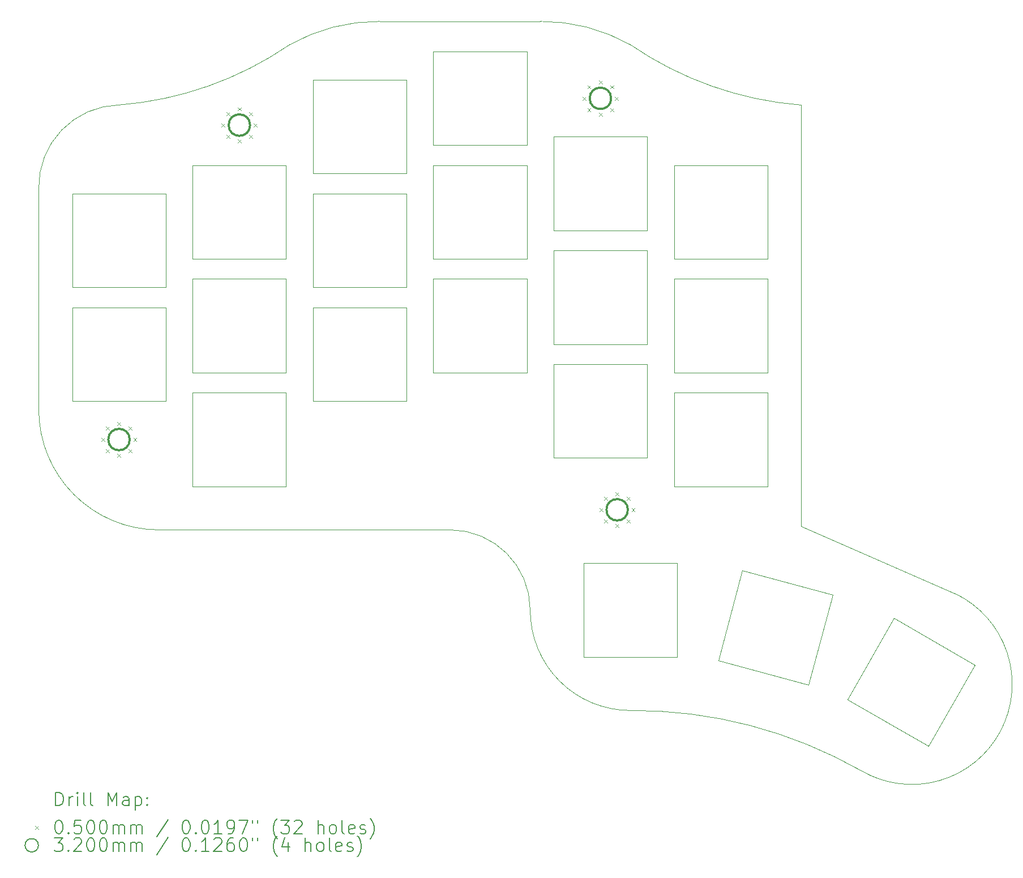
<source format=gbr>
%FSLAX45Y45*%
G04 Gerber Fmt 4.5, Leading zero omitted, Abs format (unit mm)*
G04 Created by KiCad (PCBNEW (6.0.5-0)) date 2023-02-07 22:36:53*
%MOMM*%
%LPD*%
G01*
G04 APERTURE LIST*
%TA.AperFunction,Profile*%
%ADD10C,0.050000*%
%TD*%
%TA.AperFunction,Profile*%
%ADD11C,0.100000*%
%TD*%
%ADD12C,0.200000*%
%ADD13C,0.050000*%
%ADD14C,0.320000*%
G04 APERTURE END LIST*
D10*
X9800000Y-9375000D02*
X11200000Y-9375000D01*
X11200000Y-9375000D02*
X11200000Y-10775000D01*
X11200000Y-10775000D02*
X9800000Y-10775000D01*
X9800000Y-10775000D02*
X9800000Y-9375000D01*
X4400000Y-6400000D02*
X5800000Y-6400000D01*
X5800000Y-6400000D02*
X5800000Y-7800000D01*
X5800000Y-7800000D02*
X4400000Y-7800000D01*
X4400000Y-7800000D02*
X4400000Y-6400000D01*
X6200000Y-8525000D02*
X7600000Y-8525000D01*
X7600000Y-8525000D02*
X7600000Y-9925000D01*
X7600000Y-9925000D02*
X6200000Y-9925000D01*
X6200000Y-9925000D02*
X6200000Y-8525000D01*
D11*
X7200002Y-4249998D02*
X9600002Y-4249998D01*
D10*
X6200000Y-6825000D02*
X7600000Y-6825000D01*
X7600000Y-6825000D02*
X7600000Y-8225000D01*
X7600000Y-8225000D02*
X6200000Y-8225000D01*
X6200000Y-8225000D02*
X6200000Y-6825000D01*
D11*
X3300002Y-5498957D02*
G75*
G03*
X5850002Y-4599998I-400047J5200944D01*
G01*
D10*
X13976265Y-12816463D02*
X13613918Y-14168759D01*
X12261622Y-13806412D01*
X12623969Y-12454116D01*
X13976265Y-12816463D01*
D11*
X7200002Y-4249998D02*
G75*
G03*
X5850002Y-4599998I-21892J-2694132D01*
G01*
X10950002Y-4599998D02*
G75*
G03*
X13500002Y-5499998I2954423J4308366D01*
G01*
X14400002Y-15449998D02*
G75*
G03*
X10950002Y-14549998I-3404422J-5987782D01*
G01*
X10950003Y-4599997D02*
G75*
G03*
X9600002Y-4249998I-1328113J-2344153D01*
G01*
X15800000Y-12800000D02*
X13500000Y-11800000D01*
D10*
X4400000Y-9800000D02*
X5800000Y-9800000D01*
X5800000Y-9800000D02*
X5800000Y-11200000D01*
X5800000Y-11200000D02*
X4400000Y-11200000D01*
X4400000Y-11200000D02*
X4400000Y-9800000D01*
X16103436Y-13870000D02*
X15403436Y-15082436D01*
X14191000Y-14382436D01*
X14891000Y-13170000D01*
X16103436Y-13870000D01*
D11*
X14400002Y-15449998D02*
G75*
G03*
X15800000Y-12800000I757850J1294436D01*
G01*
D10*
X8000000Y-6400000D02*
X9400000Y-6400000D01*
X9400000Y-6400000D02*
X9400000Y-7800000D01*
X9400000Y-7800000D02*
X8000000Y-7800000D01*
X8000000Y-7800000D02*
X8000000Y-6400000D01*
D11*
X3900002Y-11849998D02*
X8250002Y-11849998D01*
D10*
X4400000Y-8100000D02*
X5800000Y-8100000D01*
X5800000Y-8100000D02*
X5800000Y-9500000D01*
X5800000Y-9500000D02*
X4400000Y-9500000D01*
X4400000Y-9500000D02*
X4400000Y-8100000D01*
X2600000Y-6825000D02*
X4000000Y-6825000D01*
X4000000Y-6825000D02*
X4000000Y-8225000D01*
X4000000Y-8225000D02*
X2600000Y-8225000D01*
X2600000Y-8225000D02*
X2600000Y-6825000D01*
X8000000Y-8100000D02*
X9400000Y-8100000D01*
X9400000Y-8100000D02*
X9400000Y-9500000D01*
X9400000Y-9500000D02*
X8000000Y-9500000D01*
X8000000Y-9500000D02*
X8000000Y-8100000D01*
X11600000Y-8100000D02*
X13000000Y-8100000D01*
X13000000Y-8100000D02*
X13000000Y-9500000D01*
X13000000Y-9500000D02*
X11600000Y-9500000D01*
X11600000Y-9500000D02*
X11600000Y-8100000D01*
D11*
X9450002Y-13049998D02*
G75*
G03*
X10950002Y-14549998I1499998J-2D01*
G01*
D10*
X11600000Y-6400000D02*
X13000000Y-6400000D01*
X13000000Y-6400000D02*
X13000000Y-7800000D01*
X13000000Y-7800000D02*
X11600000Y-7800000D01*
X11600000Y-7800000D02*
X11600000Y-6400000D01*
D11*
X13500002Y-5499998D02*
X13500000Y-11800000D01*
X2100002Y-10049998D02*
G75*
G03*
X3900002Y-11849998I1800000J0D01*
G01*
D10*
X11600000Y-9800000D02*
X13000000Y-9800000D01*
X13000000Y-9800000D02*
X13000000Y-11200000D01*
X13000000Y-11200000D02*
X11600000Y-11200000D01*
X11600000Y-11200000D02*
X11600000Y-9800000D01*
X8000000Y-4700000D02*
X9400000Y-4700000D01*
X9400000Y-4700000D02*
X9400000Y-6100000D01*
X9400000Y-6100000D02*
X8000000Y-6100000D01*
X8000000Y-6100000D02*
X8000000Y-4700000D01*
X9800000Y-5975000D02*
X11200000Y-5975000D01*
X11200000Y-5975000D02*
X11200000Y-7375000D01*
X11200000Y-7375000D02*
X9800000Y-7375000D01*
X9800000Y-7375000D02*
X9800000Y-5975000D01*
X10250000Y-12350000D02*
X11650000Y-12350000D01*
X11650000Y-12350000D02*
X11650000Y-13750000D01*
X11650000Y-13750000D02*
X10250000Y-13750000D01*
X10250000Y-13750000D02*
X10250000Y-12350000D01*
D11*
X3300002Y-5498956D02*
G75*
G03*
X2100002Y-6749998I25521J-1225521D01*
G01*
X2100002Y-10049998D02*
X2100002Y-6749998D01*
D10*
X2600000Y-8525000D02*
X4000000Y-8525000D01*
X4000000Y-8525000D02*
X4000000Y-9925000D01*
X4000000Y-9925000D02*
X2600000Y-9925000D01*
X2600000Y-9925000D02*
X2600000Y-8525000D01*
X9800000Y-7675000D02*
X11200000Y-7675000D01*
X11200000Y-7675000D02*
X11200000Y-9075000D01*
X11200000Y-9075000D02*
X9800000Y-9075000D01*
X9800000Y-9075000D02*
X9800000Y-7675000D01*
D11*
X9450002Y-13049998D02*
G75*
G03*
X8250002Y-11849998I-1200002J-2D01*
G01*
D10*
X6200000Y-5125000D02*
X7600000Y-5125000D01*
X7600000Y-5125000D02*
X7600000Y-6525000D01*
X7600000Y-6525000D02*
X6200000Y-6525000D01*
X6200000Y-6525000D02*
X6200000Y-5125000D01*
D12*
D13*
X3035000Y-10475000D02*
X3085000Y-10525000D01*
X3085000Y-10475000D02*
X3035000Y-10525000D01*
X3105294Y-10305294D02*
X3155294Y-10355294D01*
X3155294Y-10305294D02*
X3105294Y-10355294D01*
X3105294Y-10644706D02*
X3155294Y-10694706D01*
X3155294Y-10644706D02*
X3105294Y-10694706D01*
X3275000Y-10235000D02*
X3325000Y-10285000D01*
X3325000Y-10235000D02*
X3275000Y-10285000D01*
X3275000Y-10715000D02*
X3325000Y-10765000D01*
X3325000Y-10715000D02*
X3275000Y-10765000D01*
X3444706Y-10305294D02*
X3494706Y-10355294D01*
X3494706Y-10305294D02*
X3444706Y-10355294D01*
X3444706Y-10644706D02*
X3494706Y-10694706D01*
X3494706Y-10644706D02*
X3444706Y-10694706D01*
X3515000Y-10475000D02*
X3565000Y-10525000D01*
X3565000Y-10475000D02*
X3515000Y-10525000D01*
X4835000Y-5775000D02*
X4885000Y-5825000D01*
X4885000Y-5775000D02*
X4835000Y-5825000D01*
X4905294Y-5605294D02*
X4955294Y-5655294D01*
X4955294Y-5605294D02*
X4905294Y-5655294D01*
X4905294Y-5944706D02*
X4955294Y-5994706D01*
X4955294Y-5944706D02*
X4905294Y-5994706D01*
X5075000Y-5535000D02*
X5125000Y-5585000D01*
X5125000Y-5535000D02*
X5075000Y-5585000D01*
X5075000Y-6015000D02*
X5125000Y-6065000D01*
X5125000Y-6015000D02*
X5075000Y-6065000D01*
X5244706Y-5605294D02*
X5294706Y-5655294D01*
X5294706Y-5605294D02*
X5244706Y-5655294D01*
X5244706Y-5944706D02*
X5294706Y-5994706D01*
X5294706Y-5944706D02*
X5244706Y-5994706D01*
X5315000Y-5775000D02*
X5365000Y-5825000D01*
X5365000Y-5775000D02*
X5315000Y-5825000D01*
X10235000Y-5375000D02*
X10285000Y-5425000D01*
X10285000Y-5375000D02*
X10235000Y-5425000D01*
X10305294Y-5205294D02*
X10355294Y-5255294D01*
X10355294Y-5205294D02*
X10305294Y-5255294D01*
X10305294Y-5544706D02*
X10355294Y-5594706D01*
X10355294Y-5544706D02*
X10305294Y-5594706D01*
X10475000Y-5135000D02*
X10525000Y-5185000D01*
X10525000Y-5135000D02*
X10475000Y-5185000D01*
X10475000Y-5615000D02*
X10525000Y-5665000D01*
X10525000Y-5615000D02*
X10475000Y-5665000D01*
X10485000Y-11525000D02*
X10535000Y-11575000D01*
X10535000Y-11525000D02*
X10485000Y-11575000D01*
X10555294Y-11355294D02*
X10605294Y-11405294D01*
X10605294Y-11355294D02*
X10555294Y-11405294D01*
X10555294Y-11694706D02*
X10605294Y-11744706D01*
X10605294Y-11694706D02*
X10555294Y-11744706D01*
X10644706Y-5205294D02*
X10694706Y-5255294D01*
X10694706Y-5205294D02*
X10644706Y-5255294D01*
X10644706Y-5544706D02*
X10694706Y-5594706D01*
X10694706Y-5544706D02*
X10644706Y-5594706D01*
X10715000Y-5375000D02*
X10765000Y-5425000D01*
X10765000Y-5375000D02*
X10715000Y-5425000D01*
X10725000Y-11285000D02*
X10775000Y-11335000D01*
X10775000Y-11285000D02*
X10725000Y-11335000D01*
X10725000Y-11765000D02*
X10775000Y-11815000D01*
X10775000Y-11765000D02*
X10725000Y-11815000D01*
X10894706Y-11355294D02*
X10944706Y-11405294D01*
X10944706Y-11355294D02*
X10894706Y-11405294D01*
X10894706Y-11694706D02*
X10944706Y-11744706D01*
X10944706Y-11694706D02*
X10894706Y-11744706D01*
X10965000Y-11525000D02*
X11015000Y-11575000D01*
X11015000Y-11525000D02*
X10965000Y-11575000D01*
D14*
X3460000Y-10500000D02*
G75*
G03*
X3460000Y-10500000I-160000J0D01*
G01*
X5260000Y-5800000D02*
G75*
G03*
X5260000Y-5800000I-160000J0D01*
G01*
X10660000Y-5400000D02*
G75*
G03*
X10660000Y-5400000I-160000J0D01*
G01*
X10910000Y-11550000D02*
G75*
G03*
X10910000Y-11550000I-160000J0D01*
G01*
D12*
X2352356Y-15971006D02*
X2352356Y-15771006D01*
X2399975Y-15771006D01*
X2428546Y-15780529D01*
X2447594Y-15799577D01*
X2457117Y-15818625D01*
X2466641Y-15856720D01*
X2466641Y-15885291D01*
X2457117Y-15923387D01*
X2447594Y-15942434D01*
X2428546Y-15961482D01*
X2399975Y-15971006D01*
X2352356Y-15971006D01*
X2552356Y-15971006D02*
X2552356Y-15837672D01*
X2552356Y-15875767D02*
X2561879Y-15856720D01*
X2571403Y-15847196D01*
X2590451Y-15837672D01*
X2609498Y-15837672D01*
X2676165Y-15971006D02*
X2676165Y-15837672D01*
X2676165Y-15771006D02*
X2666641Y-15780529D01*
X2676165Y-15790053D01*
X2685689Y-15780529D01*
X2676165Y-15771006D01*
X2676165Y-15790053D01*
X2799974Y-15971006D02*
X2780927Y-15961482D01*
X2771403Y-15942434D01*
X2771403Y-15771006D01*
X2904736Y-15971006D02*
X2885689Y-15961482D01*
X2876165Y-15942434D01*
X2876165Y-15771006D01*
X3133308Y-15971006D02*
X3133308Y-15771006D01*
X3199974Y-15913863D01*
X3266641Y-15771006D01*
X3266641Y-15971006D01*
X3447594Y-15971006D02*
X3447594Y-15866244D01*
X3438070Y-15847196D01*
X3419022Y-15837672D01*
X3380927Y-15837672D01*
X3361879Y-15847196D01*
X3447594Y-15961482D02*
X3428546Y-15971006D01*
X3380927Y-15971006D01*
X3361879Y-15961482D01*
X3352355Y-15942434D01*
X3352355Y-15923387D01*
X3361879Y-15904339D01*
X3380927Y-15894815D01*
X3428546Y-15894815D01*
X3447594Y-15885291D01*
X3542832Y-15837672D02*
X3542832Y-16037672D01*
X3542832Y-15847196D02*
X3561879Y-15837672D01*
X3599974Y-15837672D01*
X3619022Y-15847196D01*
X3628546Y-15856720D01*
X3638070Y-15875767D01*
X3638070Y-15932910D01*
X3628546Y-15951958D01*
X3619022Y-15961482D01*
X3599974Y-15971006D01*
X3561879Y-15971006D01*
X3542832Y-15961482D01*
X3723784Y-15951958D02*
X3733308Y-15961482D01*
X3723784Y-15971006D01*
X3714260Y-15961482D01*
X3723784Y-15951958D01*
X3723784Y-15971006D01*
X3723784Y-15847196D02*
X3733308Y-15856720D01*
X3723784Y-15866244D01*
X3714260Y-15856720D01*
X3723784Y-15847196D01*
X3723784Y-15866244D01*
D13*
X2044736Y-16275529D02*
X2094736Y-16325529D01*
X2094736Y-16275529D02*
X2044736Y-16325529D01*
D12*
X2390451Y-16191006D02*
X2409498Y-16191006D01*
X2428546Y-16200529D01*
X2438070Y-16210053D01*
X2447594Y-16229101D01*
X2457117Y-16267196D01*
X2457117Y-16314815D01*
X2447594Y-16352910D01*
X2438070Y-16371958D01*
X2428546Y-16381482D01*
X2409498Y-16391006D01*
X2390451Y-16391006D01*
X2371403Y-16381482D01*
X2361879Y-16371958D01*
X2352356Y-16352910D01*
X2342832Y-16314815D01*
X2342832Y-16267196D01*
X2352356Y-16229101D01*
X2361879Y-16210053D01*
X2371403Y-16200529D01*
X2390451Y-16191006D01*
X2542832Y-16371958D02*
X2552356Y-16381482D01*
X2542832Y-16391006D01*
X2533308Y-16381482D01*
X2542832Y-16371958D01*
X2542832Y-16391006D01*
X2733308Y-16191006D02*
X2638070Y-16191006D01*
X2628546Y-16286244D01*
X2638070Y-16276720D01*
X2657117Y-16267196D01*
X2704737Y-16267196D01*
X2723784Y-16276720D01*
X2733308Y-16286244D01*
X2742832Y-16305291D01*
X2742832Y-16352910D01*
X2733308Y-16371958D01*
X2723784Y-16381482D01*
X2704737Y-16391006D01*
X2657117Y-16391006D01*
X2638070Y-16381482D01*
X2628546Y-16371958D01*
X2866641Y-16191006D02*
X2885689Y-16191006D01*
X2904736Y-16200529D01*
X2914260Y-16210053D01*
X2923784Y-16229101D01*
X2933308Y-16267196D01*
X2933308Y-16314815D01*
X2923784Y-16352910D01*
X2914260Y-16371958D01*
X2904736Y-16381482D01*
X2885689Y-16391006D01*
X2866641Y-16391006D01*
X2847594Y-16381482D01*
X2838070Y-16371958D01*
X2828546Y-16352910D01*
X2819022Y-16314815D01*
X2819022Y-16267196D01*
X2828546Y-16229101D01*
X2838070Y-16210053D01*
X2847594Y-16200529D01*
X2866641Y-16191006D01*
X3057117Y-16191006D02*
X3076165Y-16191006D01*
X3095213Y-16200529D01*
X3104736Y-16210053D01*
X3114260Y-16229101D01*
X3123784Y-16267196D01*
X3123784Y-16314815D01*
X3114260Y-16352910D01*
X3104736Y-16371958D01*
X3095213Y-16381482D01*
X3076165Y-16391006D01*
X3057117Y-16391006D01*
X3038070Y-16381482D01*
X3028546Y-16371958D01*
X3019022Y-16352910D01*
X3009498Y-16314815D01*
X3009498Y-16267196D01*
X3019022Y-16229101D01*
X3028546Y-16210053D01*
X3038070Y-16200529D01*
X3057117Y-16191006D01*
X3209498Y-16391006D02*
X3209498Y-16257672D01*
X3209498Y-16276720D02*
X3219022Y-16267196D01*
X3238070Y-16257672D01*
X3266641Y-16257672D01*
X3285689Y-16267196D01*
X3295213Y-16286244D01*
X3295213Y-16391006D01*
X3295213Y-16286244D02*
X3304736Y-16267196D01*
X3323784Y-16257672D01*
X3352355Y-16257672D01*
X3371403Y-16267196D01*
X3380927Y-16286244D01*
X3380927Y-16391006D01*
X3476165Y-16391006D02*
X3476165Y-16257672D01*
X3476165Y-16276720D02*
X3485689Y-16267196D01*
X3504736Y-16257672D01*
X3533308Y-16257672D01*
X3552355Y-16267196D01*
X3561879Y-16286244D01*
X3561879Y-16391006D01*
X3561879Y-16286244D02*
X3571403Y-16267196D01*
X3590451Y-16257672D01*
X3619022Y-16257672D01*
X3638070Y-16267196D01*
X3647594Y-16286244D01*
X3647594Y-16391006D01*
X4038070Y-16181482D02*
X3866641Y-16438625D01*
X4295213Y-16191006D02*
X4314260Y-16191006D01*
X4333308Y-16200529D01*
X4342832Y-16210053D01*
X4352356Y-16229101D01*
X4361879Y-16267196D01*
X4361879Y-16314815D01*
X4352356Y-16352910D01*
X4342832Y-16371958D01*
X4333308Y-16381482D01*
X4314260Y-16391006D01*
X4295213Y-16391006D01*
X4276165Y-16381482D01*
X4266641Y-16371958D01*
X4257117Y-16352910D01*
X4247594Y-16314815D01*
X4247594Y-16267196D01*
X4257117Y-16229101D01*
X4266641Y-16210053D01*
X4276165Y-16200529D01*
X4295213Y-16191006D01*
X4447594Y-16371958D02*
X4457117Y-16381482D01*
X4447594Y-16391006D01*
X4438070Y-16381482D01*
X4447594Y-16371958D01*
X4447594Y-16391006D01*
X4580927Y-16191006D02*
X4599975Y-16191006D01*
X4619022Y-16200529D01*
X4628546Y-16210053D01*
X4638070Y-16229101D01*
X4647594Y-16267196D01*
X4647594Y-16314815D01*
X4638070Y-16352910D01*
X4628546Y-16371958D01*
X4619022Y-16381482D01*
X4599975Y-16391006D01*
X4580927Y-16391006D01*
X4561879Y-16381482D01*
X4552356Y-16371958D01*
X4542832Y-16352910D01*
X4533308Y-16314815D01*
X4533308Y-16267196D01*
X4542832Y-16229101D01*
X4552356Y-16210053D01*
X4561879Y-16200529D01*
X4580927Y-16191006D01*
X4838070Y-16391006D02*
X4723784Y-16391006D01*
X4780927Y-16391006D02*
X4780927Y-16191006D01*
X4761879Y-16219577D01*
X4742832Y-16238625D01*
X4723784Y-16248148D01*
X4933308Y-16391006D02*
X4971403Y-16391006D01*
X4990451Y-16381482D01*
X4999975Y-16371958D01*
X5019022Y-16343387D01*
X5028546Y-16305291D01*
X5028546Y-16229101D01*
X5019022Y-16210053D01*
X5009498Y-16200529D01*
X4990451Y-16191006D01*
X4952356Y-16191006D01*
X4933308Y-16200529D01*
X4923784Y-16210053D01*
X4914260Y-16229101D01*
X4914260Y-16276720D01*
X4923784Y-16295767D01*
X4933308Y-16305291D01*
X4952356Y-16314815D01*
X4990451Y-16314815D01*
X5009498Y-16305291D01*
X5019022Y-16295767D01*
X5028546Y-16276720D01*
X5095213Y-16191006D02*
X5228546Y-16191006D01*
X5142832Y-16391006D01*
X5295213Y-16191006D02*
X5295213Y-16229101D01*
X5371403Y-16191006D02*
X5371403Y-16229101D01*
X5666641Y-16467196D02*
X5657117Y-16457672D01*
X5638070Y-16429101D01*
X5628546Y-16410053D01*
X5619022Y-16381482D01*
X5609498Y-16333863D01*
X5609498Y-16295767D01*
X5619022Y-16248148D01*
X5628546Y-16219577D01*
X5638070Y-16200529D01*
X5657117Y-16171958D01*
X5666641Y-16162434D01*
X5723784Y-16191006D02*
X5847594Y-16191006D01*
X5780927Y-16267196D01*
X5809498Y-16267196D01*
X5828546Y-16276720D01*
X5838070Y-16286244D01*
X5847594Y-16305291D01*
X5847594Y-16352910D01*
X5838070Y-16371958D01*
X5828546Y-16381482D01*
X5809498Y-16391006D01*
X5752355Y-16391006D01*
X5733308Y-16381482D01*
X5723784Y-16371958D01*
X5923784Y-16210053D02*
X5933308Y-16200529D01*
X5952355Y-16191006D01*
X5999974Y-16191006D01*
X6019022Y-16200529D01*
X6028546Y-16210053D01*
X6038070Y-16229101D01*
X6038070Y-16248148D01*
X6028546Y-16276720D01*
X5914260Y-16391006D01*
X6038070Y-16391006D01*
X6276165Y-16391006D02*
X6276165Y-16191006D01*
X6361879Y-16391006D02*
X6361879Y-16286244D01*
X6352355Y-16267196D01*
X6333308Y-16257672D01*
X6304736Y-16257672D01*
X6285689Y-16267196D01*
X6276165Y-16276720D01*
X6485689Y-16391006D02*
X6466641Y-16381482D01*
X6457117Y-16371958D01*
X6447594Y-16352910D01*
X6447594Y-16295767D01*
X6457117Y-16276720D01*
X6466641Y-16267196D01*
X6485689Y-16257672D01*
X6514260Y-16257672D01*
X6533308Y-16267196D01*
X6542832Y-16276720D01*
X6552355Y-16295767D01*
X6552355Y-16352910D01*
X6542832Y-16371958D01*
X6533308Y-16381482D01*
X6514260Y-16391006D01*
X6485689Y-16391006D01*
X6666641Y-16391006D02*
X6647594Y-16381482D01*
X6638070Y-16362434D01*
X6638070Y-16191006D01*
X6819022Y-16381482D02*
X6799974Y-16391006D01*
X6761879Y-16391006D01*
X6742832Y-16381482D01*
X6733308Y-16362434D01*
X6733308Y-16286244D01*
X6742832Y-16267196D01*
X6761879Y-16257672D01*
X6799974Y-16257672D01*
X6819022Y-16267196D01*
X6828546Y-16286244D01*
X6828546Y-16305291D01*
X6733308Y-16324339D01*
X6904736Y-16381482D02*
X6923784Y-16391006D01*
X6961879Y-16391006D01*
X6980927Y-16381482D01*
X6990451Y-16362434D01*
X6990451Y-16352910D01*
X6980927Y-16333863D01*
X6961879Y-16324339D01*
X6933308Y-16324339D01*
X6914260Y-16314815D01*
X6904736Y-16295767D01*
X6904736Y-16286244D01*
X6914260Y-16267196D01*
X6933308Y-16257672D01*
X6961879Y-16257672D01*
X6980927Y-16267196D01*
X7057117Y-16467196D02*
X7066641Y-16457672D01*
X7085689Y-16429101D01*
X7095213Y-16410053D01*
X7104736Y-16381482D01*
X7114260Y-16333863D01*
X7114260Y-16295767D01*
X7104736Y-16248148D01*
X7095213Y-16219577D01*
X7085689Y-16200529D01*
X7066641Y-16171958D01*
X7057117Y-16162434D01*
X2094736Y-16564529D02*
G75*
G03*
X2094736Y-16564529I-100000J0D01*
G01*
X2333308Y-16455006D02*
X2457117Y-16455006D01*
X2390451Y-16531196D01*
X2419022Y-16531196D01*
X2438070Y-16540720D01*
X2447594Y-16550244D01*
X2457117Y-16569291D01*
X2457117Y-16616910D01*
X2447594Y-16635958D01*
X2438070Y-16645482D01*
X2419022Y-16655006D01*
X2361879Y-16655006D01*
X2342832Y-16645482D01*
X2333308Y-16635958D01*
X2542832Y-16635958D02*
X2552356Y-16645482D01*
X2542832Y-16655006D01*
X2533308Y-16645482D01*
X2542832Y-16635958D01*
X2542832Y-16655006D01*
X2628546Y-16474053D02*
X2638070Y-16464529D01*
X2657117Y-16455006D01*
X2704737Y-16455006D01*
X2723784Y-16464529D01*
X2733308Y-16474053D01*
X2742832Y-16493101D01*
X2742832Y-16512148D01*
X2733308Y-16540720D01*
X2619022Y-16655006D01*
X2742832Y-16655006D01*
X2866641Y-16455006D02*
X2885689Y-16455006D01*
X2904736Y-16464529D01*
X2914260Y-16474053D01*
X2923784Y-16493101D01*
X2933308Y-16531196D01*
X2933308Y-16578815D01*
X2923784Y-16616910D01*
X2914260Y-16635958D01*
X2904736Y-16645482D01*
X2885689Y-16655006D01*
X2866641Y-16655006D01*
X2847594Y-16645482D01*
X2838070Y-16635958D01*
X2828546Y-16616910D01*
X2819022Y-16578815D01*
X2819022Y-16531196D01*
X2828546Y-16493101D01*
X2838070Y-16474053D01*
X2847594Y-16464529D01*
X2866641Y-16455006D01*
X3057117Y-16455006D02*
X3076165Y-16455006D01*
X3095213Y-16464529D01*
X3104736Y-16474053D01*
X3114260Y-16493101D01*
X3123784Y-16531196D01*
X3123784Y-16578815D01*
X3114260Y-16616910D01*
X3104736Y-16635958D01*
X3095213Y-16645482D01*
X3076165Y-16655006D01*
X3057117Y-16655006D01*
X3038070Y-16645482D01*
X3028546Y-16635958D01*
X3019022Y-16616910D01*
X3009498Y-16578815D01*
X3009498Y-16531196D01*
X3019022Y-16493101D01*
X3028546Y-16474053D01*
X3038070Y-16464529D01*
X3057117Y-16455006D01*
X3209498Y-16655006D02*
X3209498Y-16521672D01*
X3209498Y-16540720D02*
X3219022Y-16531196D01*
X3238070Y-16521672D01*
X3266641Y-16521672D01*
X3285689Y-16531196D01*
X3295213Y-16550244D01*
X3295213Y-16655006D01*
X3295213Y-16550244D02*
X3304736Y-16531196D01*
X3323784Y-16521672D01*
X3352355Y-16521672D01*
X3371403Y-16531196D01*
X3380927Y-16550244D01*
X3380927Y-16655006D01*
X3476165Y-16655006D02*
X3476165Y-16521672D01*
X3476165Y-16540720D02*
X3485689Y-16531196D01*
X3504736Y-16521672D01*
X3533308Y-16521672D01*
X3552355Y-16531196D01*
X3561879Y-16550244D01*
X3561879Y-16655006D01*
X3561879Y-16550244D02*
X3571403Y-16531196D01*
X3590451Y-16521672D01*
X3619022Y-16521672D01*
X3638070Y-16531196D01*
X3647594Y-16550244D01*
X3647594Y-16655006D01*
X4038070Y-16445482D02*
X3866641Y-16702625D01*
X4295213Y-16455006D02*
X4314260Y-16455006D01*
X4333308Y-16464529D01*
X4342832Y-16474053D01*
X4352356Y-16493101D01*
X4361879Y-16531196D01*
X4361879Y-16578815D01*
X4352356Y-16616910D01*
X4342832Y-16635958D01*
X4333308Y-16645482D01*
X4314260Y-16655006D01*
X4295213Y-16655006D01*
X4276165Y-16645482D01*
X4266641Y-16635958D01*
X4257117Y-16616910D01*
X4247594Y-16578815D01*
X4247594Y-16531196D01*
X4257117Y-16493101D01*
X4266641Y-16474053D01*
X4276165Y-16464529D01*
X4295213Y-16455006D01*
X4447594Y-16635958D02*
X4457117Y-16645482D01*
X4447594Y-16655006D01*
X4438070Y-16645482D01*
X4447594Y-16635958D01*
X4447594Y-16655006D01*
X4647594Y-16655006D02*
X4533308Y-16655006D01*
X4590451Y-16655006D02*
X4590451Y-16455006D01*
X4571403Y-16483577D01*
X4552356Y-16502625D01*
X4533308Y-16512148D01*
X4723784Y-16474053D02*
X4733308Y-16464529D01*
X4752356Y-16455006D01*
X4799975Y-16455006D01*
X4819022Y-16464529D01*
X4828546Y-16474053D01*
X4838070Y-16493101D01*
X4838070Y-16512148D01*
X4828546Y-16540720D01*
X4714260Y-16655006D01*
X4838070Y-16655006D01*
X5009498Y-16455006D02*
X4971403Y-16455006D01*
X4952356Y-16464529D01*
X4942832Y-16474053D01*
X4923784Y-16502625D01*
X4914260Y-16540720D01*
X4914260Y-16616910D01*
X4923784Y-16635958D01*
X4933308Y-16645482D01*
X4952356Y-16655006D01*
X4990451Y-16655006D01*
X5009498Y-16645482D01*
X5019022Y-16635958D01*
X5028546Y-16616910D01*
X5028546Y-16569291D01*
X5019022Y-16550244D01*
X5009498Y-16540720D01*
X4990451Y-16531196D01*
X4952356Y-16531196D01*
X4933308Y-16540720D01*
X4923784Y-16550244D01*
X4914260Y-16569291D01*
X5152356Y-16455006D02*
X5171403Y-16455006D01*
X5190451Y-16464529D01*
X5199975Y-16474053D01*
X5209498Y-16493101D01*
X5219022Y-16531196D01*
X5219022Y-16578815D01*
X5209498Y-16616910D01*
X5199975Y-16635958D01*
X5190451Y-16645482D01*
X5171403Y-16655006D01*
X5152356Y-16655006D01*
X5133308Y-16645482D01*
X5123784Y-16635958D01*
X5114260Y-16616910D01*
X5104736Y-16578815D01*
X5104736Y-16531196D01*
X5114260Y-16493101D01*
X5123784Y-16474053D01*
X5133308Y-16464529D01*
X5152356Y-16455006D01*
X5295213Y-16455006D02*
X5295213Y-16493101D01*
X5371403Y-16455006D02*
X5371403Y-16493101D01*
X5666641Y-16731196D02*
X5657117Y-16721672D01*
X5638070Y-16693101D01*
X5628546Y-16674053D01*
X5619022Y-16645482D01*
X5609498Y-16597863D01*
X5609498Y-16559767D01*
X5619022Y-16512148D01*
X5628546Y-16483577D01*
X5638070Y-16464529D01*
X5657117Y-16435958D01*
X5666641Y-16426434D01*
X5828546Y-16521672D02*
X5828546Y-16655006D01*
X5780927Y-16445482D02*
X5733308Y-16588339D01*
X5857117Y-16588339D01*
X6085689Y-16655006D02*
X6085689Y-16455006D01*
X6171403Y-16655006D02*
X6171403Y-16550244D01*
X6161879Y-16531196D01*
X6142832Y-16521672D01*
X6114260Y-16521672D01*
X6095213Y-16531196D01*
X6085689Y-16540720D01*
X6295213Y-16655006D02*
X6276165Y-16645482D01*
X6266641Y-16635958D01*
X6257117Y-16616910D01*
X6257117Y-16559767D01*
X6266641Y-16540720D01*
X6276165Y-16531196D01*
X6295213Y-16521672D01*
X6323784Y-16521672D01*
X6342832Y-16531196D01*
X6352355Y-16540720D01*
X6361879Y-16559767D01*
X6361879Y-16616910D01*
X6352355Y-16635958D01*
X6342832Y-16645482D01*
X6323784Y-16655006D01*
X6295213Y-16655006D01*
X6476165Y-16655006D02*
X6457117Y-16645482D01*
X6447594Y-16626434D01*
X6447594Y-16455006D01*
X6628546Y-16645482D02*
X6609498Y-16655006D01*
X6571403Y-16655006D01*
X6552355Y-16645482D01*
X6542832Y-16626434D01*
X6542832Y-16550244D01*
X6552355Y-16531196D01*
X6571403Y-16521672D01*
X6609498Y-16521672D01*
X6628546Y-16531196D01*
X6638070Y-16550244D01*
X6638070Y-16569291D01*
X6542832Y-16588339D01*
X6714260Y-16645482D02*
X6733308Y-16655006D01*
X6771403Y-16655006D01*
X6790451Y-16645482D01*
X6799974Y-16626434D01*
X6799974Y-16616910D01*
X6790451Y-16597863D01*
X6771403Y-16588339D01*
X6742832Y-16588339D01*
X6723784Y-16578815D01*
X6714260Y-16559767D01*
X6714260Y-16550244D01*
X6723784Y-16531196D01*
X6742832Y-16521672D01*
X6771403Y-16521672D01*
X6790451Y-16531196D01*
X6866641Y-16731196D02*
X6876165Y-16721672D01*
X6895213Y-16693101D01*
X6904736Y-16674053D01*
X6914260Y-16645482D01*
X6923784Y-16597863D01*
X6923784Y-16559767D01*
X6914260Y-16512148D01*
X6904736Y-16483577D01*
X6895213Y-16464529D01*
X6876165Y-16435958D01*
X6866641Y-16426434D01*
M02*

</source>
